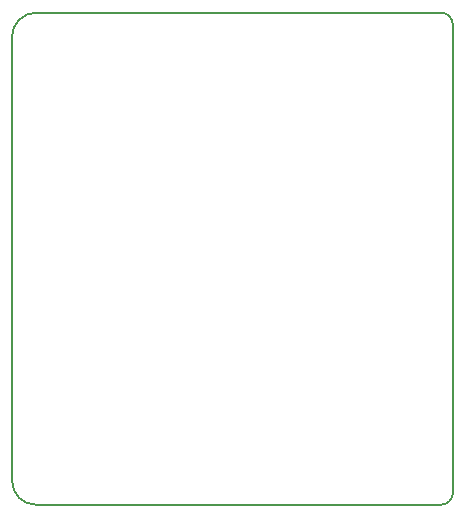
<source format=gbr>
G04 #@! TF.FileFunction,Profile,NP*
%FSLAX46Y46*%
G04 Gerber Fmt 4.6, Leading zero omitted, Abs format (unit mm)*
G04 Created by KiCad (PCBNEW 4.0.7) date 06/13/18 22:56:11*
%MOMM*%
%LPD*%
G01*
G04 APERTURE LIST*
%ADD10C,0.100000*%
%ADD11C,0.150000*%
G04 APERTURE END LIST*
D10*
D11*
X170942000Y-119888000D02*
G75*
G03X171958000Y-118872000I0J1016000D01*
G01*
X171958000Y-79248000D02*
G75*
G03X170942000Y-78232000I-1016000J0D01*
G01*
X169926000Y-78232000D02*
X170942000Y-78232000D01*
X171958000Y-118872000D02*
X171958000Y-79248000D01*
X169926000Y-119888000D02*
X170942000Y-119888000D01*
X168402000Y-119888000D02*
X169926000Y-119888000D01*
X169672000Y-78232000D02*
X169926000Y-78232000D01*
X168402000Y-78232000D02*
X169672000Y-78232000D01*
X134620000Y-117856000D02*
G75*
G03X136652000Y-119888000I2032000J0D01*
G01*
X136652000Y-78232000D02*
G75*
G03X134620000Y-80264000I0J-2032000D01*
G01*
X134620000Y-80264000D02*
X134620000Y-117856000D01*
X142240000Y-78232000D02*
X136652000Y-78232000D01*
X142240000Y-119888000D02*
X136652000Y-119888000D01*
X168402000Y-78232000D02*
X142240000Y-78232000D01*
X168402000Y-119888000D02*
X142240000Y-119888000D01*
M02*

</source>
